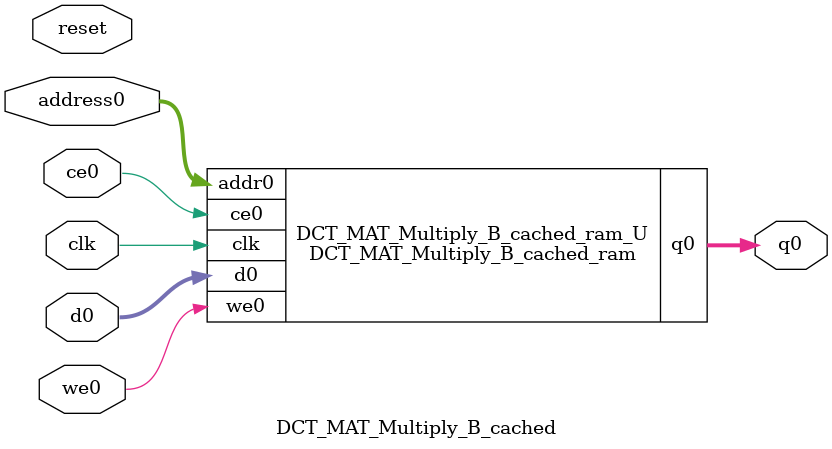
<source format=v>

`timescale 1 ns / 1 ps
module DCT_MAT_Multiply_B_cached_ram (addr0, ce0, d0, we0, q0,  clk);

parameter DWIDTH = 32;
parameter AWIDTH = 6;
parameter MEM_SIZE = 64;

input[AWIDTH-1:0] addr0;
input ce0;
input[DWIDTH-1:0] d0;
input we0;
output reg[DWIDTH-1:0] q0;
input clk;

(* ram_style = "block" *)reg [DWIDTH-1:0] ram[MEM_SIZE-1:0];




always @(posedge clk)  
begin 
    if (ce0) 
    begin
        if (we0) 
        begin 
            ram[addr0] <= d0; 
            q0 <= d0;
        end 
        else 
            q0 <= ram[addr0];
    end
end


endmodule


`timescale 1 ns / 1 ps
module DCT_MAT_Multiply_B_cached(
    reset,
    clk,
    address0,
    ce0,
    we0,
    d0,
    q0);

parameter DataWidth = 32'd32;
parameter AddressRange = 32'd64;
parameter AddressWidth = 32'd6;
input reset;
input clk;
input[AddressWidth - 1:0] address0;
input ce0;
input we0;
input[DataWidth - 1:0] d0;
output[DataWidth - 1:0] q0;



DCT_MAT_Multiply_B_cached_ram DCT_MAT_Multiply_B_cached_ram_U(
    .clk( clk ),
    .addr0( address0 ),
    .ce0( ce0 ),
    .d0( d0 ),
    .we0( we0 ),
    .q0( q0 ));

endmodule


</source>
